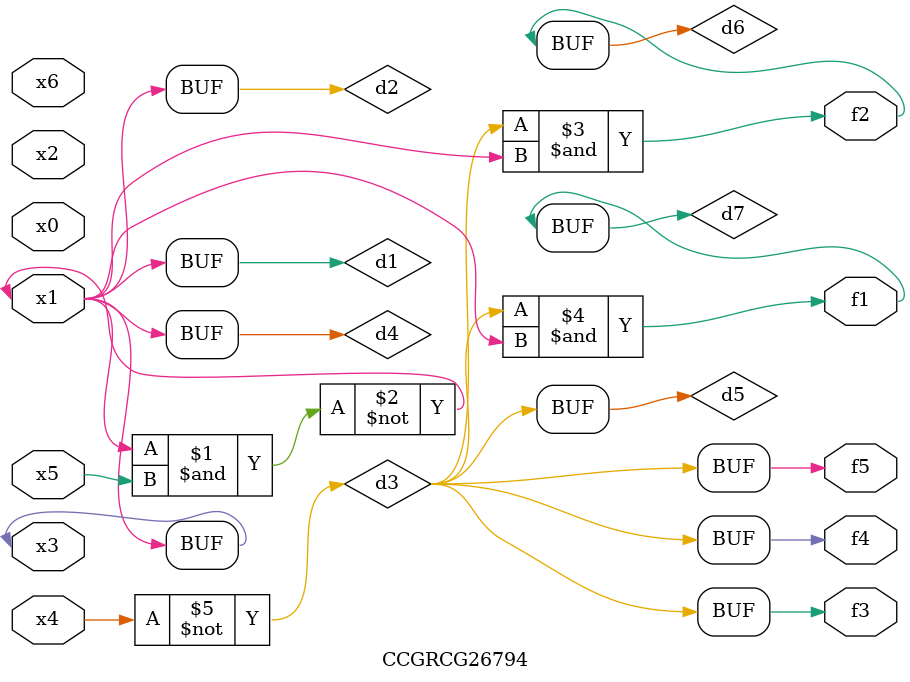
<source format=v>
module CCGRCG26794(
	input x0, x1, x2, x3, x4, x5, x6,
	output f1, f2, f3, f4, f5
);

	wire d1, d2, d3, d4, d5, d6, d7;

	buf (d1, x1, x3);
	nand (d2, x1, x5);
	not (d3, x4);
	buf (d4, d1, d2);
	buf (d5, d3);
	and (d6, d3, d4);
	and (d7, d3, d4);
	assign f1 = d7;
	assign f2 = d6;
	assign f3 = d5;
	assign f4 = d5;
	assign f5 = d5;
endmodule

</source>
